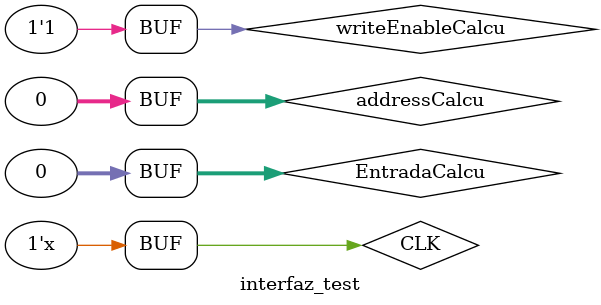
<source format=v>
`timescale 1ns / 1ps


module interfaz_test;

	// Inputs
	reg CLK=0;
	reg [31:0] EntradaCalcu;
	reg [31:0] addressCalcu;
	reg writeEnableCalcu;

	// Outputs
	wire [31:0] resultadoCalcu;
	
	wire [31:0] RD2;
	wire PCSrc;
	wire MemtoReg;
	wire MemWrite;
	wire [1:0] ALUControl;
	wire [1:0] ALUSrc;
	wire [1:0] ImmSrc;
	wire RegWrite;
	wire [1:0] RegSrc;
	wire [3:0] ALUFlags;
	wire [31:0] Instr;
	wire [31:0] ALUResult;
	wire [31:0] SrcB;
	wire [31:0] RD1;
	wire [3:0] RA1;
	wire [31:0] Result;

	// Instantiate the Unit Under Test (UUT)
	SingleCycleuProcessor uut (
		.CLK(CLK), 
		.EntradaCalcu(EntradaCalcu), 
		.addressCalcu(addressCalcu), 
		.writeEnableCalcu(writeEnableCalcu), 
		.resultadoCalcu(resultadoCalcu),
		.RD2(RD2), 
		.PCSrc(PCSrc), 
		.MemtoReg(MemtoReg), 
		.MemWrite(MemWrite), 
		.ALUControl(ALUControl), 
		.ALUSrc(ALUSrc), 
		.ImmSrc(ImmSrc), 
		.RegWrite(RegWrite), 
		.RegSrc(RegSrc), 
		.ALUFlags(ALUFlags), 
		.Instr(Instr), 
		.ALUResult(ALUResult), 
		.SrcB(SrcB), 
		.RD1(RD1), 
		.RA1(RA1), 
		.Result(Result)
	);

	always #5 CLK=~CLK;
	initial begin
		// Initialize Inputs
		EntradaCalcu = 0;
		addressCalcu = 0;
		writeEnableCalcu = 1;

		
		// Wait 100 ns for global reset to finish
	/*	#100;
      EntradaCalcu = 32'd99;
		addressCalcu = 32'd16;
		writeEnableCalcu = 0; 
		
		

		#10;
      EntradaCalcu = 32'd10;
		addressCalcu = 32'd20;
		writeEnableCalcu = 0;

		

		#10;
      EntradaCalcu = 32'd1;//codigo de operacion
		addressCalcu = 32'd0;
		writeEnableCalcu = 0;
*/
		

	end
      
endmodule


</source>
